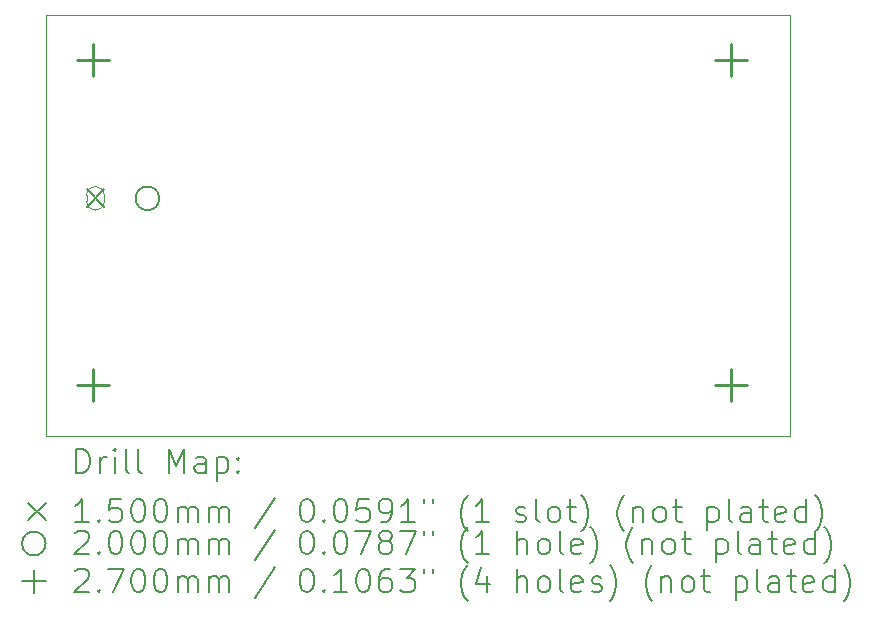
<source format=gbr>
%TF.GenerationSoftware,KiCad,Pcbnew,7.0.10-7.0.10~ubuntu23.04.1*%
%TF.CreationDate,2024-02-06T10:19:54+00:00*%
%TF.ProjectId,t1,74312e6b-6963-4616-945f-706362585858,${git_hash}*%
%TF.SameCoordinates,Original*%
%TF.FileFunction,Drillmap*%
%TF.FilePolarity,Positive*%
%FSLAX45Y45*%
G04 Gerber Fmt 4.5, Leading zero omitted, Abs format (unit mm)*
G04 Created by KiCad (PCBNEW 7.0.10-7.0.10~ubuntu23.04.1) date 2024-02-06 10:19:54*
%MOMM*%
%LPD*%
G01*
G04 APERTURE LIST*
%ADD10C,0.050000*%
%ADD11C,0.200000*%
%ADD12C,0.150000*%
%ADD13C,0.100000*%
%ADD14C,0.270000*%
G04 APERTURE END LIST*
D10*
X11900000Y-10130000D02*
X18200000Y-10130000D01*
X18200000Y-10130000D02*
X18200000Y-6570000D01*
X11900000Y-6570000D02*
X11900000Y-10130000D01*
X18200000Y-6570000D02*
X11900000Y-6570000D01*
D11*
D12*
X12245000Y-8045000D02*
X12395000Y-8195000D01*
X12395000Y-8045000D02*
X12245000Y-8195000D01*
D13*
X12395000Y-8145000D02*
X12395000Y-8095000D01*
X12395000Y-8095000D02*
G75*
G03*
X12245000Y-8095000I-75000J0D01*
G01*
X12245000Y-8095000D02*
X12245000Y-8145000D01*
X12245000Y-8145000D02*
G75*
G03*
X12395000Y-8145000I75000J0D01*
G01*
D11*
X12860000Y-8120000D02*
G75*
G03*
X12660000Y-8120000I-100000J0D01*
G01*
X12660000Y-8120000D02*
G75*
G03*
X12860000Y-8120000I100000J0D01*
G01*
D14*
X12300000Y-6815000D02*
X12300000Y-7085000D01*
X12165000Y-6950000D02*
X12435000Y-6950000D01*
X12300000Y-9565000D02*
X12300000Y-9835000D01*
X12165000Y-9700000D02*
X12435000Y-9700000D01*
X17700000Y-6815000D02*
X17700000Y-7085000D01*
X17565000Y-6950000D02*
X17835000Y-6950000D01*
X17700000Y-9565000D02*
X17700000Y-9835000D01*
X17565000Y-9700000D02*
X17835000Y-9700000D01*
D11*
X12158277Y-10443984D02*
X12158277Y-10243984D01*
X12158277Y-10243984D02*
X12205896Y-10243984D01*
X12205896Y-10243984D02*
X12234467Y-10253508D01*
X12234467Y-10253508D02*
X12253515Y-10272555D01*
X12253515Y-10272555D02*
X12263039Y-10291603D01*
X12263039Y-10291603D02*
X12272562Y-10329698D01*
X12272562Y-10329698D02*
X12272562Y-10358270D01*
X12272562Y-10358270D02*
X12263039Y-10396365D01*
X12263039Y-10396365D02*
X12253515Y-10415412D01*
X12253515Y-10415412D02*
X12234467Y-10434460D01*
X12234467Y-10434460D02*
X12205896Y-10443984D01*
X12205896Y-10443984D02*
X12158277Y-10443984D01*
X12358277Y-10443984D02*
X12358277Y-10310650D01*
X12358277Y-10348746D02*
X12367801Y-10329698D01*
X12367801Y-10329698D02*
X12377324Y-10320174D01*
X12377324Y-10320174D02*
X12396372Y-10310650D01*
X12396372Y-10310650D02*
X12415420Y-10310650D01*
X12482086Y-10443984D02*
X12482086Y-10310650D01*
X12482086Y-10243984D02*
X12472562Y-10253508D01*
X12472562Y-10253508D02*
X12482086Y-10263031D01*
X12482086Y-10263031D02*
X12491610Y-10253508D01*
X12491610Y-10253508D02*
X12482086Y-10243984D01*
X12482086Y-10243984D02*
X12482086Y-10263031D01*
X12605896Y-10443984D02*
X12586848Y-10434460D01*
X12586848Y-10434460D02*
X12577324Y-10415412D01*
X12577324Y-10415412D02*
X12577324Y-10243984D01*
X12710658Y-10443984D02*
X12691610Y-10434460D01*
X12691610Y-10434460D02*
X12682086Y-10415412D01*
X12682086Y-10415412D02*
X12682086Y-10243984D01*
X12939229Y-10443984D02*
X12939229Y-10243984D01*
X12939229Y-10243984D02*
X13005896Y-10386841D01*
X13005896Y-10386841D02*
X13072562Y-10243984D01*
X13072562Y-10243984D02*
X13072562Y-10443984D01*
X13253515Y-10443984D02*
X13253515Y-10339222D01*
X13253515Y-10339222D02*
X13243991Y-10320174D01*
X13243991Y-10320174D02*
X13224943Y-10310650D01*
X13224943Y-10310650D02*
X13186848Y-10310650D01*
X13186848Y-10310650D02*
X13167801Y-10320174D01*
X13253515Y-10434460D02*
X13234467Y-10443984D01*
X13234467Y-10443984D02*
X13186848Y-10443984D01*
X13186848Y-10443984D02*
X13167801Y-10434460D01*
X13167801Y-10434460D02*
X13158277Y-10415412D01*
X13158277Y-10415412D02*
X13158277Y-10396365D01*
X13158277Y-10396365D02*
X13167801Y-10377317D01*
X13167801Y-10377317D02*
X13186848Y-10367793D01*
X13186848Y-10367793D02*
X13234467Y-10367793D01*
X13234467Y-10367793D02*
X13253515Y-10358270D01*
X13348753Y-10310650D02*
X13348753Y-10510650D01*
X13348753Y-10320174D02*
X13367801Y-10310650D01*
X13367801Y-10310650D02*
X13405896Y-10310650D01*
X13405896Y-10310650D02*
X13424943Y-10320174D01*
X13424943Y-10320174D02*
X13434467Y-10329698D01*
X13434467Y-10329698D02*
X13443991Y-10348746D01*
X13443991Y-10348746D02*
X13443991Y-10405889D01*
X13443991Y-10405889D02*
X13434467Y-10424936D01*
X13434467Y-10424936D02*
X13424943Y-10434460D01*
X13424943Y-10434460D02*
X13405896Y-10443984D01*
X13405896Y-10443984D02*
X13367801Y-10443984D01*
X13367801Y-10443984D02*
X13348753Y-10434460D01*
X13529705Y-10424936D02*
X13539229Y-10434460D01*
X13539229Y-10434460D02*
X13529705Y-10443984D01*
X13529705Y-10443984D02*
X13520182Y-10434460D01*
X13520182Y-10434460D02*
X13529705Y-10424936D01*
X13529705Y-10424936D02*
X13529705Y-10443984D01*
X13529705Y-10320174D02*
X13539229Y-10329698D01*
X13539229Y-10329698D02*
X13529705Y-10339222D01*
X13529705Y-10339222D02*
X13520182Y-10329698D01*
X13520182Y-10329698D02*
X13529705Y-10320174D01*
X13529705Y-10320174D02*
X13529705Y-10339222D01*
D12*
X11747500Y-10697500D02*
X11897500Y-10847500D01*
X11897500Y-10697500D02*
X11747500Y-10847500D01*
D11*
X12263039Y-10863984D02*
X12148753Y-10863984D01*
X12205896Y-10863984D02*
X12205896Y-10663984D01*
X12205896Y-10663984D02*
X12186848Y-10692555D01*
X12186848Y-10692555D02*
X12167801Y-10711603D01*
X12167801Y-10711603D02*
X12148753Y-10721127D01*
X12348753Y-10844936D02*
X12358277Y-10854460D01*
X12358277Y-10854460D02*
X12348753Y-10863984D01*
X12348753Y-10863984D02*
X12339229Y-10854460D01*
X12339229Y-10854460D02*
X12348753Y-10844936D01*
X12348753Y-10844936D02*
X12348753Y-10863984D01*
X12539229Y-10663984D02*
X12443991Y-10663984D01*
X12443991Y-10663984D02*
X12434467Y-10759222D01*
X12434467Y-10759222D02*
X12443991Y-10749698D01*
X12443991Y-10749698D02*
X12463039Y-10740174D01*
X12463039Y-10740174D02*
X12510658Y-10740174D01*
X12510658Y-10740174D02*
X12529705Y-10749698D01*
X12529705Y-10749698D02*
X12539229Y-10759222D01*
X12539229Y-10759222D02*
X12548753Y-10778270D01*
X12548753Y-10778270D02*
X12548753Y-10825889D01*
X12548753Y-10825889D02*
X12539229Y-10844936D01*
X12539229Y-10844936D02*
X12529705Y-10854460D01*
X12529705Y-10854460D02*
X12510658Y-10863984D01*
X12510658Y-10863984D02*
X12463039Y-10863984D01*
X12463039Y-10863984D02*
X12443991Y-10854460D01*
X12443991Y-10854460D02*
X12434467Y-10844936D01*
X12672562Y-10663984D02*
X12691610Y-10663984D01*
X12691610Y-10663984D02*
X12710658Y-10673508D01*
X12710658Y-10673508D02*
X12720182Y-10683031D01*
X12720182Y-10683031D02*
X12729705Y-10702079D01*
X12729705Y-10702079D02*
X12739229Y-10740174D01*
X12739229Y-10740174D02*
X12739229Y-10787793D01*
X12739229Y-10787793D02*
X12729705Y-10825889D01*
X12729705Y-10825889D02*
X12720182Y-10844936D01*
X12720182Y-10844936D02*
X12710658Y-10854460D01*
X12710658Y-10854460D02*
X12691610Y-10863984D01*
X12691610Y-10863984D02*
X12672562Y-10863984D01*
X12672562Y-10863984D02*
X12653515Y-10854460D01*
X12653515Y-10854460D02*
X12643991Y-10844936D01*
X12643991Y-10844936D02*
X12634467Y-10825889D01*
X12634467Y-10825889D02*
X12624943Y-10787793D01*
X12624943Y-10787793D02*
X12624943Y-10740174D01*
X12624943Y-10740174D02*
X12634467Y-10702079D01*
X12634467Y-10702079D02*
X12643991Y-10683031D01*
X12643991Y-10683031D02*
X12653515Y-10673508D01*
X12653515Y-10673508D02*
X12672562Y-10663984D01*
X12863039Y-10663984D02*
X12882086Y-10663984D01*
X12882086Y-10663984D02*
X12901134Y-10673508D01*
X12901134Y-10673508D02*
X12910658Y-10683031D01*
X12910658Y-10683031D02*
X12920182Y-10702079D01*
X12920182Y-10702079D02*
X12929705Y-10740174D01*
X12929705Y-10740174D02*
X12929705Y-10787793D01*
X12929705Y-10787793D02*
X12920182Y-10825889D01*
X12920182Y-10825889D02*
X12910658Y-10844936D01*
X12910658Y-10844936D02*
X12901134Y-10854460D01*
X12901134Y-10854460D02*
X12882086Y-10863984D01*
X12882086Y-10863984D02*
X12863039Y-10863984D01*
X12863039Y-10863984D02*
X12843991Y-10854460D01*
X12843991Y-10854460D02*
X12834467Y-10844936D01*
X12834467Y-10844936D02*
X12824943Y-10825889D01*
X12824943Y-10825889D02*
X12815420Y-10787793D01*
X12815420Y-10787793D02*
X12815420Y-10740174D01*
X12815420Y-10740174D02*
X12824943Y-10702079D01*
X12824943Y-10702079D02*
X12834467Y-10683031D01*
X12834467Y-10683031D02*
X12843991Y-10673508D01*
X12843991Y-10673508D02*
X12863039Y-10663984D01*
X13015420Y-10863984D02*
X13015420Y-10730650D01*
X13015420Y-10749698D02*
X13024943Y-10740174D01*
X13024943Y-10740174D02*
X13043991Y-10730650D01*
X13043991Y-10730650D02*
X13072563Y-10730650D01*
X13072563Y-10730650D02*
X13091610Y-10740174D01*
X13091610Y-10740174D02*
X13101134Y-10759222D01*
X13101134Y-10759222D02*
X13101134Y-10863984D01*
X13101134Y-10759222D02*
X13110658Y-10740174D01*
X13110658Y-10740174D02*
X13129705Y-10730650D01*
X13129705Y-10730650D02*
X13158277Y-10730650D01*
X13158277Y-10730650D02*
X13177324Y-10740174D01*
X13177324Y-10740174D02*
X13186848Y-10759222D01*
X13186848Y-10759222D02*
X13186848Y-10863984D01*
X13282086Y-10863984D02*
X13282086Y-10730650D01*
X13282086Y-10749698D02*
X13291610Y-10740174D01*
X13291610Y-10740174D02*
X13310658Y-10730650D01*
X13310658Y-10730650D02*
X13339229Y-10730650D01*
X13339229Y-10730650D02*
X13358277Y-10740174D01*
X13358277Y-10740174D02*
X13367801Y-10759222D01*
X13367801Y-10759222D02*
X13367801Y-10863984D01*
X13367801Y-10759222D02*
X13377324Y-10740174D01*
X13377324Y-10740174D02*
X13396372Y-10730650D01*
X13396372Y-10730650D02*
X13424943Y-10730650D01*
X13424943Y-10730650D02*
X13443991Y-10740174D01*
X13443991Y-10740174D02*
X13453515Y-10759222D01*
X13453515Y-10759222D02*
X13453515Y-10863984D01*
X13843991Y-10654460D02*
X13672563Y-10911603D01*
X14101134Y-10663984D02*
X14120182Y-10663984D01*
X14120182Y-10663984D02*
X14139229Y-10673508D01*
X14139229Y-10673508D02*
X14148753Y-10683031D01*
X14148753Y-10683031D02*
X14158277Y-10702079D01*
X14158277Y-10702079D02*
X14167801Y-10740174D01*
X14167801Y-10740174D02*
X14167801Y-10787793D01*
X14167801Y-10787793D02*
X14158277Y-10825889D01*
X14158277Y-10825889D02*
X14148753Y-10844936D01*
X14148753Y-10844936D02*
X14139229Y-10854460D01*
X14139229Y-10854460D02*
X14120182Y-10863984D01*
X14120182Y-10863984D02*
X14101134Y-10863984D01*
X14101134Y-10863984D02*
X14082086Y-10854460D01*
X14082086Y-10854460D02*
X14072563Y-10844936D01*
X14072563Y-10844936D02*
X14063039Y-10825889D01*
X14063039Y-10825889D02*
X14053515Y-10787793D01*
X14053515Y-10787793D02*
X14053515Y-10740174D01*
X14053515Y-10740174D02*
X14063039Y-10702079D01*
X14063039Y-10702079D02*
X14072563Y-10683031D01*
X14072563Y-10683031D02*
X14082086Y-10673508D01*
X14082086Y-10673508D02*
X14101134Y-10663984D01*
X14253515Y-10844936D02*
X14263039Y-10854460D01*
X14263039Y-10854460D02*
X14253515Y-10863984D01*
X14253515Y-10863984D02*
X14243991Y-10854460D01*
X14243991Y-10854460D02*
X14253515Y-10844936D01*
X14253515Y-10844936D02*
X14253515Y-10863984D01*
X14386848Y-10663984D02*
X14405896Y-10663984D01*
X14405896Y-10663984D02*
X14424944Y-10673508D01*
X14424944Y-10673508D02*
X14434467Y-10683031D01*
X14434467Y-10683031D02*
X14443991Y-10702079D01*
X14443991Y-10702079D02*
X14453515Y-10740174D01*
X14453515Y-10740174D02*
X14453515Y-10787793D01*
X14453515Y-10787793D02*
X14443991Y-10825889D01*
X14443991Y-10825889D02*
X14434467Y-10844936D01*
X14434467Y-10844936D02*
X14424944Y-10854460D01*
X14424944Y-10854460D02*
X14405896Y-10863984D01*
X14405896Y-10863984D02*
X14386848Y-10863984D01*
X14386848Y-10863984D02*
X14367801Y-10854460D01*
X14367801Y-10854460D02*
X14358277Y-10844936D01*
X14358277Y-10844936D02*
X14348753Y-10825889D01*
X14348753Y-10825889D02*
X14339229Y-10787793D01*
X14339229Y-10787793D02*
X14339229Y-10740174D01*
X14339229Y-10740174D02*
X14348753Y-10702079D01*
X14348753Y-10702079D02*
X14358277Y-10683031D01*
X14358277Y-10683031D02*
X14367801Y-10673508D01*
X14367801Y-10673508D02*
X14386848Y-10663984D01*
X14634467Y-10663984D02*
X14539229Y-10663984D01*
X14539229Y-10663984D02*
X14529706Y-10759222D01*
X14529706Y-10759222D02*
X14539229Y-10749698D01*
X14539229Y-10749698D02*
X14558277Y-10740174D01*
X14558277Y-10740174D02*
X14605896Y-10740174D01*
X14605896Y-10740174D02*
X14624944Y-10749698D01*
X14624944Y-10749698D02*
X14634467Y-10759222D01*
X14634467Y-10759222D02*
X14643991Y-10778270D01*
X14643991Y-10778270D02*
X14643991Y-10825889D01*
X14643991Y-10825889D02*
X14634467Y-10844936D01*
X14634467Y-10844936D02*
X14624944Y-10854460D01*
X14624944Y-10854460D02*
X14605896Y-10863984D01*
X14605896Y-10863984D02*
X14558277Y-10863984D01*
X14558277Y-10863984D02*
X14539229Y-10854460D01*
X14539229Y-10854460D02*
X14529706Y-10844936D01*
X14739229Y-10863984D02*
X14777325Y-10863984D01*
X14777325Y-10863984D02*
X14796372Y-10854460D01*
X14796372Y-10854460D02*
X14805896Y-10844936D01*
X14805896Y-10844936D02*
X14824944Y-10816365D01*
X14824944Y-10816365D02*
X14834467Y-10778270D01*
X14834467Y-10778270D02*
X14834467Y-10702079D01*
X14834467Y-10702079D02*
X14824944Y-10683031D01*
X14824944Y-10683031D02*
X14815420Y-10673508D01*
X14815420Y-10673508D02*
X14796372Y-10663984D01*
X14796372Y-10663984D02*
X14758277Y-10663984D01*
X14758277Y-10663984D02*
X14739229Y-10673508D01*
X14739229Y-10673508D02*
X14729706Y-10683031D01*
X14729706Y-10683031D02*
X14720182Y-10702079D01*
X14720182Y-10702079D02*
X14720182Y-10749698D01*
X14720182Y-10749698D02*
X14729706Y-10768746D01*
X14729706Y-10768746D02*
X14739229Y-10778270D01*
X14739229Y-10778270D02*
X14758277Y-10787793D01*
X14758277Y-10787793D02*
X14796372Y-10787793D01*
X14796372Y-10787793D02*
X14815420Y-10778270D01*
X14815420Y-10778270D02*
X14824944Y-10768746D01*
X14824944Y-10768746D02*
X14834467Y-10749698D01*
X15024944Y-10863984D02*
X14910658Y-10863984D01*
X14967801Y-10863984D02*
X14967801Y-10663984D01*
X14967801Y-10663984D02*
X14948753Y-10692555D01*
X14948753Y-10692555D02*
X14929706Y-10711603D01*
X14929706Y-10711603D02*
X14910658Y-10721127D01*
X15101134Y-10663984D02*
X15101134Y-10702079D01*
X15177325Y-10663984D02*
X15177325Y-10702079D01*
X15472563Y-10940174D02*
X15463039Y-10930650D01*
X15463039Y-10930650D02*
X15443991Y-10902079D01*
X15443991Y-10902079D02*
X15434468Y-10883031D01*
X15434468Y-10883031D02*
X15424944Y-10854460D01*
X15424944Y-10854460D02*
X15415420Y-10806841D01*
X15415420Y-10806841D02*
X15415420Y-10768746D01*
X15415420Y-10768746D02*
X15424944Y-10721127D01*
X15424944Y-10721127D02*
X15434468Y-10692555D01*
X15434468Y-10692555D02*
X15443991Y-10673508D01*
X15443991Y-10673508D02*
X15463039Y-10644936D01*
X15463039Y-10644936D02*
X15472563Y-10635412D01*
X15653515Y-10863984D02*
X15539229Y-10863984D01*
X15596372Y-10863984D02*
X15596372Y-10663984D01*
X15596372Y-10663984D02*
X15577325Y-10692555D01*
X15577325Y-10692555D02*
X15558277Y-10711603D01*
X15558277Y-10711603D02*
X15539229Y-10721127D01*
X15882087Y-10854460D02*
X15901134Y-10863984D01*
X15901134Y-10863984D02*
X15939229Y-10863984D01*
X15939229Y-10863984D02*
X15958277Y-10854460D01*
X15958277Y-10854460D02*
X15967801Y-10835412D01*
X15967801Y-10835412D02*
X15967801Y-10825889D01*
X15967801Y-10825889D02*
X15958277Y-10806841D01*
X15958277Y-10806841D02*
X15939229Y-10797317D01*
X15939229Y-10797317D02*
X15910658Y-10797317D01*
X15910658Y-10797317D02*
X15891610Y-10787793D01*
X15891610Y-10787793D02*
X15882087Y-10768746D01*
X15882087Y-10768746D02*
X15882087Y-10759222D01*
X15882087Y-10759222D02*
X15891610Y-10740174D01*
X15891610Y-10740174D02*
X15910658Y-10730650D01*
X15910658Y-10730650D02*
X15939229Y-10730650D01*
X15939229Y-10730650D02*
X15958277Y-10740174D01*
X16082087Y-10863984D02*
X16063039Y-10854460D01*
X16063039Y-10854460D02*
X16053515Y-10835412D01*
X16053515Y-10835412D02*
X16053515Y-10663984D01*
X16186849Y-10863984D02*
X16167801Y-10854460D01*
X16167801Y-10854460D02*
X16158277Y-10844936D01*
X16158277Y-10844936D02*
X16148753Y-10825889D01*
X16148753Y-10825889D02*
X16148753Y-10768746D01*
X16148753Y-10768746D02*
X16158277Y-10749698D01*
X16158277Y-10749698D02*
X16167801Y-10740174D01*
X16167801Y-10740174D02*
X16186849Y-10730650D01*
X16186849Y-10730650D02*
X16215420Y-10730650D01*
X16215420Y-10730650D02*
X16234468Y-10740174D01*
X16234468Y-10740174D02*
X16243991Y-10749698D01*
X16243991Y-10749698D02*
X16253515Y-10768746D01*
X16253515Y-10768746D02*
X16253515Y-10825889D01*
X16253515Y-10825889D02*
X16243991Y-10844936D01*
X16243991Y-10844936D02*
X16234468Y-10854460D01*
X16234468Y-10854460D02*
X16215420Y-10863984D01*
X16215420Y-10863984D02*
X16186849Y-10863984D01*
X16310658Y-10730650D02*
X16386849Y-10730650D01*
X16339230Y-10663984D02*
X16339230Y-10835412D01*
X16339230Y-10835412D02*
X16348753Y-10854460D01*
X16348753Y-10854460D02*
X16367801Y-10863984D01*
X16367801Y-10863984D02*
X16386849Y-10863984D01*
X16434468Y-10940174D02*
X16443991Y-10930650D01*
X16443991Y-10930650D02*
X16463039Y-10902079D01*
X16463039Y-10902079D02*
X16472563Y-10883031D01*
X16472563Y-10883031D02*
X16482087Y-10854460D01*
X16482087Y-10854460D02*
X16491610Y-10806841D01*
X16491610Y-10806841D02*
X16491610Y-10768746D01*
X16491610Y-10768746D02*
X16482087Y-10721127D01*
X16482087Y-10721127D02*
X16472563Y-10692555D01*
X16472563Y-10692555D02*
X16463039Y-10673508D01*
X16463039Y-10673508D02*
X16443991Y-10644936D01*
X16443991Y-10644936D02*
X16434468Y-10635412D01*
X16796373Y-10940174D02*
X16786849Y-10930650D01*
X16786849Y-10930650D02*
X16767801Y-10902079D01*
X16767801Y-10902079D02*
X16758277Y-10883031D01*
X16758277Y-10883031D02*
X16748753Y-10854460D01*
X16748753Y-10854460D02*
X16739230Y-10806841D01*
X16739230Y-10806841D02*
X16739230Y-10768746D01*
X16739230Y-10768746D02*
X16748753Y-10721127D01*
X16748753Y-10721127D02*
X16758277Y-10692555D01*
X16758277Y-10692555D02*
X16767801Y-10673508D01*
X16767801Y-10673508D02*
X16786849Y-10644936D01*
X16786849Y-10644936D02*
X16796373Y-10635412D01*
X16872563Y-10730650D02*
X16872563Y-10863984D01*
X16872563Y-10749698D02*
X16882087Y-10740174D01*
X16882087Y-10740174D02*
X16901134Y-10730650D01*
X16901134Y-10730650D02*
X16929706Y-10730650D01*
X16929706Y-10730650D02*
X16948753Y-10740174D01*
X16948753Y-10740174D02*
X16958277Y-10759222D01*
X16958277Y-10759222D02*
X16958277Y-10863984D01*
X17082087Y-10863984D02*
X17063039Y-10854460D01*
X17063039Y-10854460D02*
X17053515Y-10844936D01*
X17053515Y-10844936D02*
X17043992Y-10825889D01*
X17043992Y-10825889D02*
X17043992Y-10768746D01*
X17043992Y-10768746D02*
X17053515Y-10749698D01*
X17053515Y-10749698D02*
X17063039Y-10740174D01*
X17063039Y-10740174D02*
X17082087Y-10730650D01*
X17082087Y-10730650D02*
X17110658Y-10730650D01*
X17110658Y-10730650D02*
X17129706Y-10740174D01*
X17129706Y-10740174D02*
X17139230Y-10749698D01*
X17139230Y-10749698D02*
X17148753Y-10768746D01*
X17148753Y-10768746D02*
X17148753Y-10825889D01*
X17148753Y-10825889D02*
X17139230Y-10844936D01*
X17139230Y-10844936D02*
X17129706Y-10854460D01*
X17129706Y-10854460D02*
X17110658Y-10863984D01*
X17110658Y-10863984D02*
X17082087Y-10863984D01*
X17205896Y-10730650D02*
X17282087Y-10730650D01*
X17234468Y-10663984D02*
X17234468Y-10835412D01*
X17234468Y-10835412D02*
X17243992Y-10854460D01*
X17243992Y-10854460D02*
X17263039Y-10863984D01*
X17263039Y-10863984D02*
X17282087Y-10863984D01*
X17501134Y-10730650D02*
X17501134Y-10930650D01*
X17501134Y-10740174D02*
X17520182Y-10730650D01*
X17520182Y-10730650D02*
X17558277Y-10730650D01*
X17558277Y-10730650D02*
X17577325Y-10740174D01*
X17577325Y-10740174D02*
X17586849Y-10749698D01*
X17586849Y-10749698D02*
X17596373Y-10768746D01*
X17596373Y-10768746D02*
X17596373Y-10825889D01*
X17596373Y-10825889D02*
X17586849Y-10844936D01*
X17586849Y-10844936D02*
X17577325Y-10854460D01*
X17577325Y-10854460D02*
X17558277Y-10863984D01*
X17558277Y-10863984D02*
X17520182Y-10863984D01*
X17520182Y-10863984D02*
X17501134Y-10854460D01*
X17710658Y-10863984D02*
X17691611Y-10854460D01*
X17691611Y-10854460D02*
X17682087Y-10835412D01*
X17682087Y-10835412D02*
X17682087Y-10663984D01*
X17872563Y-10863984D02*
X17872563Y-10759222D01*
X17872563Y-10759222D02*
X17863039Y-10740174D01*
X17863039Y-10740174D02*
X17843992Y-10730650D01*
X17843992Y-10730650D02*
X17805896Y-10730650D01*
X17805896Y-10730650D02*
X17786849Y-10740174D01*
X17872563Y-10854460D02*
X17853515Y-10863984D01*
X17853515Y-10863984D02*
X17805896Y-10863984D01*
X17805896Y-10863984D02*
X17786849Y-10854460D01*
X17786849Y-10854460D02*
X17777325Y-10835412D01*
X17777325Y-10835412D02*
X17777325Y-10816365D01*
X17777325Y-10816365D02*
X17786849Y-10797317D01*
X17786849Y-10797317D02*
X17805896Y-10787793D01*
X17805896Y-10787793D02*
X17853515Y-10787793D01*
X17853515Y-10787793D02*
X17872563Y-10778270D01*
X17939230Y-10730650D02*
X18015420Y-10730650D01*
X17967801Y-10663984D02*
X17967801Y-10835412D01*
X17967801Y-10835412D02*
X17977325Y-10854460D01*
X17977325Y-10854460D02*
X17996373Y-10863984D01*
X17996373Y-10863984D02*
X18015420Y-10863984D01*
X18158277Y-10854460D02*
X18139230Y-10863984D01*
X18139230Y-10863984D02*
X18101134Y-10863984D01*
X18101134Y-10863984D02*
X18082087Y-10854460D01*
X18082087Y-10854460D02*
X18072563Y-10835412D01*
X18072563Y-10835412D02*
X18072563Y-10759222D01*
X18072563Y-10759222D02*
X18082087Y-10740174D01*
X18082087Y-10740174D02*
X18101134Y-10730650D01*
X18101134Y-10730650D02*
X18139230Y-10730650D01*
X18139230Y-10730650D02*
X18158277Y-10740174D01*
X18158277Y-10740174D02*
X18167801Y-10759222D01*
X18167801Y-10759222D02*
X18167801Y-10778270D01*
X18167801Y-10778270D02*
X18072563Y-10797317D01*
X18339230Y-10863984D02*
X18339230Y-10663984D01*
X18339230Y-10854460D02*
X18320182Y-10863984D01*
X18320182Y-10863984D02*
X18282087Y-10863984D01*
X18282087Y-10863984D02*
X18263039Y-10854460D01*
X18263039Y-10854460D02*
X18253515Y-10844936D01*
X18253515Y-10844936D02*
X18243992Y-10825889D01*
X18243992Y-10825889D02*
X18243992Y-10768746D01*
X18243992Y-10768746D02*
X18253515Y-10749698D01*
X18253515Y-10749698D02*
X18263039Y-10740174D01*
X18263039Y-10740174D02*
X18282087Y-10730650D01*
X18282087Y-10730650D02*
X18320182Y-10730650D01*
X18320182Y-10730650D02*
X18339230Y-10740174D01*
X18415420Y-10940174D02*
X18424944Y-10930650D01*
X18424944Y-10930650D02*
X18443992Y-10902079D01*
X18443992Y-10902079D02*
X18453515Y-10883031D01*
X18453515Y-10883031D02*
X18463039Y-10854460D01*
X18463039Y-10854460D02*
X18472563Y-10806841D01*
X18472563Y-10806841D02*
X18472563Y-10768746D01*
X18472563Y-10768746D02*
X18463039Y-10721127D01*
X18463039Y-10721127D02*
X18453515Y-10692555D01*
X18453515Y-10692555D02*
X18443992Y-10673508D01*
X18443992Y-10673508D02*
X18424944Y-10644936D01*
X18424944Y-10644936D02*
X18415420Y-10635412D01*
X11897500Y-11042500D02*
G75*
G03*
X11697500Y-11042500I-100000J0D01*
G01*
X11697500Y-11042500D02*
G75*
G03*
X11897500Y-11042500I100000J0D01*
G01*
X12148753Y-10953031D02*
X12158277Y-10943508D01*
X12158277Y-10943508D02*
X12177324Y-10933984D01*
X12177324Y-10933984D02*
X12224943Y-10933984D01*
X12224943Y-10933984D02*
X12243991Y-10943508D01*
X12243991Y-10943508D02*
X12253515Y-10953031D01*
X12253515Y-10953031D02*
X12263039Y-10972079D01*
X12263039Y-10972079D02*
X12263039Y-10991127D01*
X12263039Y-10991127D02*
X12253515Y-11019698D01*
X12253515Y-11019698D02*
X12139229Y-11133984D01*
X12139229Y-11133984D02*
X12263039Y-11133984D01*
X12348753Y-11114936D02*
X12358277Y-11124460D01*
X12358277Y-11124460D02*
X12348753Y-11133984D01*
X12348753Y-11133984D02*
X12339229Y-11124460D01*
X12339229Y-11124460D02*
X12348753Y-11114936D01*
X12348753Y-11114936D02*
X12348753Y-11133984D01*
X12482086Y-10933984D02*
X12501134Y-10933984D01*
X12501134Y-10933984D02*
X12520182Y-10943508D01*
X12520182Y-10943508D02*
X12529705Y-10953031D01*
X12529705Y-10953031D02*
X12539229Y-10972079D01*
X12539229Y-10972079D02*
X12548753Y-11010174D01*
X12548753Y-11010174D02*
X12548753Y-11057793D01*
X12548753Y-11057793D02*
X12539229Y-11095889D01*
X12539229Y-11095889D02*
X12529705Y-11114936D01*
X12529705Y-11114936D02*
X12520182Y-11124460D01*
X12520182Y-11124460D02*
X12501134Y-11133984D01*
X12501134Y-11133984D02*
X12482086Y-11133984D01*
X12482086Y-11133984D02*
X12463039Y-11124460D01*
X12463039Y-11124460D02*
X12453515Y-11114936D01*
X12453515Y-11114936D02*
X12443991Y-11095889D01*
X12443991Y-11095889D02*
X12434467Y-11057793D01*
X12434467Y-11057793D02*
X12434467Y-11010174D01*
X12434467Y-11010174D02*
X12443991Y-10972079D01*
X12443991Y-10972079D02*
X12453515Y-10953031D01*
X12453515Y-10953031D02*
X12463039Y-10943508D01*
X12463039Y-10943508D02*
X12482086Y-10933984D01*
X12672562Y-10933984D02*
X12691610Y-10933984D01*
X12691610Y-10933984D02*
X12710658Y-10943508D01*
X12710658Y-10943508D02*
X12720182Y-10953031D01*
X12720182Y-10953031D02*
X12729705Y-10972079D01*
X12729705Y-10972079D02*
X12739229Y-11010174D01*
X12739229Y-11010174D02*
X12739229Y-11057793D01*
X12739229Y-11057793D02*
X12729705Y-11095889D01*
X12729705Y-11095889D02*
X12720182Y-11114936D01*
X12720182Y-11114936D02*
X12710658Y-11124460D01*
X12710658Y-11124460D02*
X12691610Y-11133984D01*
X12691610Y-11133984D02*
X12672562Y-11133984D01*
X12672562Y-11133984D02*
X12653515Y-11124460D01*
X12653515Y-11124460D02*
X12643991Y-11114936D01*
X12643991Y-11114936D02*
X12634467Y-11095889D01*
X12634467Y-11095889D02*
X12624943Y-11057793D01*
X12624943Y-11057793D02*
X12624943Y-11010174D01*
X12624943Y-11010174D02*
X12634467Y-10972079D01*
X12634467Y-10972079D02*
X12643991Y-10953031D01*
X12643991Y-10953031D02*
X12653515Y-10943508D01*
X12653515Y-10943508D02*
X12672562Y-10933984D01*
X12863039Y-10933984D02*
X12882086Y-10933984D01*
X12882086Y-10933984D02*
X12901134Y-10943508D01*
X12901134Y-10943508D02*
X12910658Y-10953031D01*
X12910658Y-10953031D02*
X12920182Y-10972079D01*
X12920182Y-10972079D02*
X12929705Y-11010174D01*
X12929705Y-11010174D02*
X12929705Y-11057793D01*
X12929705Y-11057793D02*
X12920182Y-11095889D01*
X12920182Y-11095889D02*
X12910658Y-11114936D01*
X12910658Y-11114936D02*
X12901134Y-11124460D01*
X12901134Y-11124460D02*
X12882086Y-11133984D01*
X12882086Y-11133984D02*
X12863039Y-11133984D01*
X12863039Y-11133984D02*
X12843991Y-11124460D01*
X12843991Y-11124460D02*
X12834467Y-11114936D01*
X12834467Y-11114936D02*
X12824943Y-11095889D01*
X12824943Y-11095889D02*
X12815420Y-11057793D01*
X12815420Y-11057793D02*
X12815420Y-11010174D01*
X12815420Y-11010174D02*
X12824943Y-10972079D01*
X12824943Y-10972079D02*
X12834467Y-10953031D01*
X12834467Y-10953031D02*
X12843991Y-10943508D01*
X12843991Y-10943508D02*
X12863039Y-10933984D01*
X13015420Y-11133984D02*
X13015420Y-11000650D01*
X13015420Y-11019698D02*
X13024943Y-11010174D01*
X13024943Y-11010174D02*
X13043991Y-11000650D01*
X13043991Y-11000650D02*
X13072563Y-11000650D01*
X13072563Y-11000650D02*
X13091610Y-11010174D01*
X13091610Y-11010174D02*
X13101134Y-11029222D01*
X13101134Y-11029222D02*
X13101134Y-11133984D01*
X13101134Y-11029222D02*
X13110658Y-11010174D01*
X13110658Y-11010174D02*
X13129705Y-11000650D01*
X13129705Y-11000650D02*
X13158277Y-11000650D01*
X13158277Y-11000650D02*
X13177324Y-11010174D01*
X13177324Y-11010174D02*
X13186848Y-11029222D01*
X13186848Y-11029222D02*
X13186848Y-11133984D01*
X13282086Y-11133984D02*
X13282086Y-11000650D01*
X13282086Y-11019698D02*
X13291610Y-11010174D01*
X13291610Y-11010174D02*
X13310658Y-11000650D01*
X13310658Y-11000650D02*
X13339229Y-11000650D01*
X13339229Y-11000650D02*
X13358277Y-11010174D01*
X13358277Y-11010174D02*
X13367801Y-11029222D01*
X13367801Y-11029222D02*
X13367801Y-11133984D01*
X13367801Y-11029222D02*
X13377324Y-11010174D01*
X13377324Y-11010174D02*
X13396372Y-11000650D01*
X13396372Y-11000650D02*
X13424943Y-11000650D01*
X13424943Y-11000650D02*
X13443991Y-11010174D01*
X13443991Y-11010174D02*
X13453515Y-11029222D01*
X13453515Y-11029222D02*
X13453515Y-11133984D01*
X13843991Y-10924460D02*
X13672563Y-11181603D01*
X14101134Y-10933984D02*
X14120182Y-10933984D01*
X14120182Y-10933984D02*
X14139229Y-10943508D01*
X14139229Y-10943508D02*
X14148753Y-10953031D01*
X14148753Y-10953031D02*
X14158277Y-10972079D01*
X14158277Y-10972079D02*
X14167801Y-11010174D01*
X14167801Y-11010174D02*
X14167801Y-11057793D01*
X14167801Y-11057793D02*
X14158277Y-11095889D01*
X14158277Y-11095889D02*
X14148753Y-11114936D01*
X14148753Y-11114936D02*
X14139229Y-11124460D01*
X14139229Y-11124460D02*
X14120182Y-11133984D01*
X14120182Y-11133984D02*
X14101134Y-11133984D01*
X14101134Y-11133984D02*
X14082086Y-11124460D01*
X14082086Y-11124460D02*
X14072563Y-11114936D01*
X14072563Y-11114936D02*
X14063039Y-11095889D01*
X14063039Y-11095889D02*
X14053515Y-11057793D01*
X14053515Y-11057793D02*
X14053515Y-11010174D01*
X14053515Y-11010174D02*
X14063039Y-10972079D01*
X14063039Y-10972079D02*
X14072563Y-10953031D01*
X14072563Y-10953031D02*
X14082086Y-10943508D01*
X14082086Y-10943508D02*
X14101134Y-10933984D01*
X14253515Y-11114936D02*
X14263039Y-11124460D01*
X14263039Y-11124460D02*
X14253515Y-11133984D01*
X14253515Y-11133984D02*
X14243991Y-11124460D01*
X14243991Y-11124460D02*
X14253515Y-11114936D01*
X14253515Y-11114936D02*
X14253515Y-11133984D01*
X14386848Y-10933984D02*
X14405896Y-10933984D01*
X14405896Y-10933984D02*
X14424944Y-10943508D01*
X14424944Y-10943508D02*
X14434467Y-10953031D01*
X14434467Y-10953031D02*
X14443991Y-10972079D01*
X14443991Y-10972079D02*
X14453515Y-11010174D01*
X14453515Y-11010174D02*
X14453515Y-11057793D01*
X14453515Y-11057793D02*
X14443991Y-11095889D01*
X14443991Y-11095889D02*
X14434467Y-11114936D01*
X14434467Y-11114936D02*
X14424944Y-11124460D01*
X14424944Y-11124460D02*
X14405896Y-11133984D01*
X14405896Y-11133984D02*
X14386848Y-11133984D01*
X14386848Y-11133984D02*
X14367801Y-11124460D01*
X14367801Y-11124460D02*
X14358277Y-11114936D01*
X14358277Y-11114936D02*
X14348753Y-11095889D01*
X14348753Y-11095889D02*
X14339229Y-11057793D01*
X14339229Y-11057793D02*
X14339229Y-11010174D01*
X14339229Y-11010174D02*
X14348753Y-10972079D01*
X14348753Y-10972079D02*
X14358277Y-10953031D01*
X14358277Y-10953031D02*
X14367801Y-10943508D01*
X14367801Y-10943508D02*
X14386848Y-10933984D01*
X14520182Y-10933984D02*
X14653515Y-10933984D01*
X14653515Y-10933984D02*
X14567801Y-11133984D01*
X14758277Y-11019698D02*
X14739229Y-11010174D01*
X14739229Y-11010174D02*
X14729706Y-11000650D01*
X14729706Y-11000650D02*
X14720182Y-10981603D01*
X14720182Y-10981603D02*
X14720182Y-10972079D01*
X14720182Y-10972079D02*
X14729706Y-10953031D01*
X14729706Y-10953031D02*
X14739229Y-10943508D01*
X14739229Y-10943508D02*
X14758277Y-10933984D01*
X14758277Y-10933984D02*
X14796372Y-10933984D01*
X14796372Y-10933984D02*
X14815420Y-10943508D01*
X14815420Y-10943508D02*
X14824944Y-10953031D01*
X14824944Y-10953031D02*
X14834467Y-10972079D01*
X14834467Y-10972079D02*
X14834467Y-10981603D01*
X14834467Y-10981603D02*
X14824944Y-11000650D01*
X14824944Y-11000650D02*
X14815420Y-11010174D01*
X14815420Y-11010174D02*
X14796372Y-11019698D01*
X14796372Y-11019698D02*
X14758277Y-11019698D01*
X14758277Y-11019698D02*
X14739229Y-11029222D01*
X14739229Y-11029222D02*
X14729706Y-11038746D01*
X14729706Y-11038746D02*
X14720182Y-11057793D01*
X14720182Y-11057793D02*
X14720182Y-11095889D01*
X14720182Y-11095889D02*
X14729706Y-11114936D01*
X14729706Y-11114936D02*
X14739229Y-11124460D01*
X14739229Y-11124460D02*
X14758277Y-11133984D01*
X14758277Y-11133984D02*
X14796372Y-11133984D01*
X14796372Y-11133984D02*
X14815420Y-11124460D01*
X14815420Y-11124460D02*
X14824944Y-11114936D01*
X14824944Y-11114936D02*
X14834467Y-11095889D01*
X14834467Y-11095889D02*
X14834467Y-11057793D01*
X14834467Y-11057793D02*
X14824944Y-11038746D01*
X14824944Y-11038746D02*
X14815420Y-11029222D01*
X14815420Y-11029222D02*
X14796372Y-11019698D01*
X14901134Y-10933984D02*
X15034467Y-10933984D01*
X15034467Y-10933984D02*
X14948753Y-11133984D01*
X15101134Y-10933984D02*
X15101134Y-10972079D01*
X15177325Y-10933984D02*
X15177325Y-10972079D01*
X15472563Y-11210174D02*
X15463039Y-11200650D01*
X15463039Y-11200650D02*
X15443991Y-11172079D01*
X15443991Y-11172079D02*
X15434468Y-11153031D01*
X15434468Y-11153031D02*
X15424944Y-11124460D01*
X15424944Y-11124460D02*
X15415420Y-11076841D01*
X15415420Y-11076841D02*
X15415420Y-11038746D01*
X15415420Y-11038746D02*
X15424944Y-10991127D01*
X15424944Y-10991127D02*
X15434468Y-10962555D01*
X15434468Y-10962555D02*
X15443991Y-10943508D01*
X15443991Y-10943508D02*
X15463039Y-10914936D01*
X15463039Y-10914936D02*
X15472563Y-10905412D01*
X15653515Y-11133984D02*
X15539229Y-11133984D01*
X15596372Y-11133984D02*
X15596372Y-10933984D01*
X15596372Y-10933984D02*
X15577325Y-10962555D01*
X15577325Y-10962555D02*
X15558277Y-10981603D01*
X15558277Y-10981603D02*
X15539229Y-10991127D01*
X15891610Y-11133984D02*
X15891610Y-10933984D01*
X15977325Y-11133984D02*
X15977325Y-11029222D01*
X15977325Y-11029222D02*
X15967801Y-11010174D01*
X15967801Y-11010174D02*
X15948753Y-11000650D01*
X15948753Y-11000650D02*
X15920182Y-11000650D01*
X15920182Y-11000650D02*
X15901134Y-11010174D01*
X15901134Y-11010174D02*
X15891610Y-11019698D01*
X16101134Y-11133984D02*
X16082087Y-11124460D01*
X16082087Y-11124460D02*
X16072563Y-11114936D01*
X16072563Y-11114936D02*
X16063039Y-11095889D01*
X16063039Y-11095889D02*
X16063039Y-11038746D01*
X16063039Y-11038746D02*
X16072563Y-11019698D01*
X16072563Y-11019698D02*
X16082087Y-11010174D01*
X16082087Y-11010174D02*
X16101134Y-11000650D01*
X16101134Y-11000650D02*
X16129706Y-11000650D01*
X16129706Y-11000650D02*
X16148753Y-11010174D01*
X16148753Y-11010174D02*
X16158277Y-11019698D01*
X16158277Y-11019698D02*
X16167801Y-11038746D01*
X16167801Y-11038746D02*
X16167801Y-11095889D01*
X16167801Y-11095889D02*
X16158277Y-11114936D01*
X16158277Y-11114936D02*
X16148753Y-11124460D01*
X16148753Y-11124460D02*
X16129706Y-11133984D01*
X16129706Y-11133984D02*
X16101134Y-11133984D01*
X16282087Y-11133984D02*
X16263039Y-11124460D01*
X16263039Y-11124460D02*
X16253515Y-11105412D01*
X16253515Y-11105412D02*
X16253515Y-10933984D01*
X16434468Y-11124460D02*
X16415420Y-11133984D01*
X16415420Y-11133984D02*
X16377325Y-11133984D01*
X16377325Y-11133984D02*
X16358277Y-11124460D01*
X16358277Y-11124460D02*
X16348753Y-11105412D01*
X16348753Y-11105412D02*
X16348753Y-11029222D01*
X16348753Y-11029222D02*
X16358277Y-11010174D01*
X16358277Y-11010174D02*
X16377325Y-11000650D01*
X16377325Y-11000650D02*
X16415420Y-11000650D01*
X16415420Y-11000650D02*
X16434468Y-11010174D01*
X16434468Y-11010174D02*
X16443991Y-11029222D01*
X16443991Y-11029222D02*
X16443991Y-11048270D01*
X16443991Y-11048270D02*
X16348753Y-11067317D01*
X16510658Y-11210174D02*
X16520182Y-11200650D01*
X16520182Y-11200650D02*
X16539230Y-11172079D01*
X16539230Y-11172079D02*
X16548753Y-11153031D01*
X16548753Y-11153031D02*
X16558277Y-11124460D01*
X16558277Y-11124460D02*
X16567801Y-11076841D01*
X16567801Y-11076841D02*
X16567801Y-11038746D01*
X16567801Y-11038746D02*
X16558277Y-10991127D01*
X16558277Y-10991127D02*
X16548753Y-10962555D01*
X16548753Y-10962555D02*
X16539230Y-10943508D01*
X16539230Y-10943508D02*
X16520182Y-10914936D01*
X16520182Y-10914936D02*
X16510658Y-10905412D01*
X16872563Y-11210174D02*
X16863039Y-11200650D01*
X16863039Y-11200650D02*
X16843992Y-11172079D01*
X16843992Y-11172079D02*
X16834468Y-11153031D01*
X16834468Y-11153031D02*
X16824944Y-11124460D01*
X16824944Y-11124460D02*
X16815420Y-11076841D01*
X16815420Y-11076841D02*
X16815420Y-11038746D01*
X16815420Y-11038746D02*
X16824944Y-10991127D01*
X16824944Y-10991127D02*
X16834468Y-10962555D01*
X16834468Y-10962555D02*
X16843992Y-10943508D01*
X16843992Y-10943508D02*
X16863039Y-10914936D01*
X16863039Y-10914936D02*
X16872563Y-10905412D01*
X16948753Y-11000650D02*
X16948753Y-11133984D01*
X16948753Y-11019698D02*
X16958277Y-11010174D01*
X16958277Y-11010174D02*
X16977325Y-11000650D01*
X16977325Y-11000650D02*
X17005896Y-11000650D01*
X17005896Y-11000650D02*
X17024944Y-11010174D01*
X17024944Y-11010174D02*
X17034468Y-11029222D01*
X17034468Y-11029222D02*
X17034468Y-11133984D01*
X17158277Y-11133984D02*
X17139230Y-11124460D01*
X17139230Y-11124460D02*
X17129706Y-11114936D01*
X17129706Y-11114936D02*
X17120182Y-11095889D01*
X17120182Y-11095889D02*
X17120182Y-11038746D01*
X17120182Y-11038746D02*
X17129706Y-11019698D01*
X17129706Y-11019698D02*
X17139230Y-11010174D01*
X17139230Y-11010174D02*
X17158277Y-11000650D01*
X17158277Y-11000650D02*
X17186849Y-11000650D01*
X17186849Y-11000650D02*
X17205896Y-11010174D01*
X17205896Y-11010174D02*
X17215420Y-11019698D01*
X17215420Y-11019698D02*
X17224944Y-11038746D01*
X17224944Y-11038746D02*
X17224944Y-11095889D01*
X17224944Y-11095889D02*
X17215420Y-11114936D01*
X17215420Y-11114936D02*
X17205896Y-11124460D01*
X17205896Y-11124460D02*
X17186849Y-11133984D01*
X17186849Y-11133984D02*
X17158277Y-11133984D01*
X17282087Y-11000650D02*
X17358277Y-11000650D01*
X17310658Y-10933984D02*
X17310658Y-11105412D01*
X17310658Y-11105412D02*
X17320182Y-11124460D01*
X17320182Y-11124460D02*
X17339230Y-11133984D01*
X17339230Y-11133984D02*
X17358277Y-11133984D01*
X17577325Y-11000650D02*
X17577325Y-11200650D01*
X17577325Y-11010174D02*
X17596373Y-11000650D01*
X17596373Y-11000650D02*
X17634468Y-11000650D01*
X17634468Y-11000650D02*
X17653515Y-11010174D01*
X17653515Y-11010174D02*
X17663039Y-11019698D01*
X17663039Y-11019698D02*
X17672563Y-11038746D01*
X17672563Y-11038746D02*
X17672563Y-11095889D01*
X17672563Y-11095889D02*
X17663039Y-11114936D01*
X17663039Y-11114936D02*
X17653515Y-11124460D01*
X17653515Y-11124460D02*
X17634468Y-11133984D01*
X17634468Y-11133984D02*
X17596373Y-11133984D01*
X17596373Y-11133984D02*
X17577325Y-11124460D01*
X17786849Y-11133984D02*
X17767801Y-11124460D01*
X17767801Y-11124460D02*
X17758277Y-11105412D01*
X17758277Y-11105412D02*
X17758277Y-10933984D01*
X17948754Y-11133984D02*
X17948754Y-11029222D01*
X17948754Y-11029222D02*
X17939230Y-11010174D01*
X17939230Y-11010174D02*
X17920182Y-11000650D01*
X17920182Y-11000650D02*
X17882087Y-11000650D01*
X17882087Y-11000650D02*
X17863039Y-11010174D01*
X17948754Y-11124460D02*
X17929706Y-11133984D01*
X17929706Y-11133984D02*
X17882087Y-11133984D01*
X17882087Y-11133984D02*
X17863039Y-11124460D01*
X17863039Y-11124460D02*
X17853515Y-11105412D01*
X17853515Y-11105412D02*
X17853515Y-11086365D01*
X17853515Y-11086365D02*
X17863039Y-11067317D01*
X17863039Y-11067317D02*
X17882087Y-11057793D01*
X17882087Y-11057793D02*
X17929706Y-11057793D01*
X17929706Y-11057793D02*
X17948754Y-11048270D01*
X18015420Y-11000650D02*
X18091611Y-11000650D01*
X18043992Y-10933984D02*
X18043992Y-11105412D01*
X18043992Y-11105412D02*
X18053515Y-11124460D01*
X18053515Y-11124460D02*
X18072563Y-11133984D01*
X18072563Y-11133984D02*
X18091611Y-11133984D01*
X18234468Y-11124460D02*
X18215420Y-11133984D01*
X18215420Y-11133984D02*
X18177325Y-11133984D01*
X18177325Y-11133984D02*
X18158277Y-11124460D01*
X18158277Y-11124460D02*
X18148754Y-11105412D01*
X18148754Y-11105412D02*
X18148754Y-11029222D01*
X18148754Y-11029222D02*
X18158277Y-11010174D01*
X18158277Y-11010174D02*
X18177325Y-11000650D01*
X18177325Y-11000650D02*
X18215420Y-11000650D01*
X18215420Y-11000650D02*
X18234468Y-11010174D01*
X18234468Y-11010174D02*
X18243992Y-11029222D01*
X18243992Y-11029222D02*
X18243992Y-11048270D01*
X18243992Y-11048270D02*
X18148754Y-11067317D01*
X18415420Y-11133984D02*
X18415420Y-10933984D01*
X18415420Y-11124460D02*
X18396373Y-11133984D01*
X18396373Y-11133984D02*
X18358277Y-11133984D01*
X18358277Y-11133984D02*
X18339230Y-11124460D01*
X18339230Y-11124460D02*
X18329706Y-11114936D01*
X18329706Y-11114936D02*
X18320182Y-11095889D01*
X18320182Y-11095889D02*
X18320182Y-11038746D01*
X18320182Y-11038746D02*
X18329706Y-11019698D01*
X18329706Y-11019698D02*
X18339230Y-11010174D01*
X18339230Y-11010174D02*
X18358277Y-11000650D01*
X18358277Y-11000650D02*
X18396373Y-11000650D01*
X18396373Y-11000650D02*
X18415420Y-11010174D01*
X18491611Y-11210174D02*
X18501135Y-11200650D01*
X18501135Y-11200650D02*
X18520182Y-11172079D01*
X18520182Y-11172079D02*
X18529706Y-11153031D01*
X18529706Y-11153031D02*
X18539230Y-11124460D01*
X18539230Y-11124460D02*
X18548754Y-11076841D01*
X18548754Y-11076841D02*
X18548754Y-11038746D01*
X18548754Y-11038746D02*
X18539230Y-10991127D01*
X18539230Y-10991127D02*
X18529706Y-10962555D01*
X18529706Y-10962555D02*
X18520182Y-10943508D01*
X18520182Y-10943508D02*
X18501135Y-10914936D01*
X18501135Y-10914936D02*
X18491611Y-10905412D01*
X11797500Y-11262500D02*
X11797500Y-11462500D01*
X11697500Y-11362500D02*
X11897500Y-11362500D01*
X12148753Y-11273031D02*
X12158277Y-11263508D01*
X12158277Y-11263508D02*
X12177324Y-11253984D01*
X12177324Y-11253984D02*
X12224943Y-11253984D01*
X12224943Y-11253984D02*
X12243991Y-11263508D01*
X12243991Y-11263508D02*
X12253515Y-11273031D01*
X12253515Y-11273031D02*
X12263039Y-11292079D01*
X12263039Y-11292079D02*
X12263039Y-11311127D01*
X12263039Y-11311127D02*
X12253515Y-11339698D01*
X12253515Y-11339698D02*
X12139229Y-11453984D01*
X12139229Y-11453984D02*
X12263039Y-11453984D01*
X12348753Y-11434936D02*
X12358277Y-11444460D01*
X12358277Y-11444460D02*
X12348753Y-11453984D01*
X12348753Y-11453984D02*
X12339229Y-11444460D01*
X12339229Y-11444460D02*
X12348753Y-11434936D01*
X12348753Y-11434936D02*
X12348753Y-11453984D01*
X12424943Y-11253984D02*
X12558277Y-11253984D01*
X12558277Y-11253984D02*
X12472562Y-11453984D01*
X12672562Y-11253984D02*
X12691610Y-11253984D01*
X12691610Y-11253984D02*
X12710658Y-11263508D01*
X12710658Y-11263508D02*
X12720182Y-11273031D01*
X12720182Y-11273031D02*
X12729705Y-11292079D01*
X12729705Y-11292079D02*
X12739229Y-11330174D01*
X12739229Y-11330174D02*
X12739229Y-11377793D01*
X12739229Y-11377793D02*
X12729705Y-11415888D01*
X12729705Y-11415888D02*
X12720182Y-11434936D01*
X12720182Y-11434936D02*
X12710658Y-11444460D01*
X12710658Y-11444460D02*
X12691610Y-11453984D01*
X12691610Y-11453984D02*
X12672562Y-11453984D01*
X12672562Y-11453984D02*
X12653515Y-11444460D01*
X12653515Y-11444460D02*
X12643991Y-11434936D01*
X12643991Y-11434936D02*
X12634467Y-11415888D01*
X12634467Y-11415888D02*
X12624943Y-11377793D01*
X12624943Y-11377793D02*
X12624943Y-11330174D01*
X12624943Y-11330174D02*
X12634467Y-11292079D01*
X12634467Y-11292079D02*
X12643991Y-11273031D01*
X12643991Y-11273031D02*
X12653515Y-11263508D01*
X12653515Y-11263508D02*
X12672562Y-11253984D01*
X12863039Y-11253984D02*
X12882086Y-11253984D01*
X12882086Y-11253984D02*
X12901134Y-11263508D01*
X12901134Y-11263508D02*
X12910658Y-11273031D01*
X12910658Y-11273031D02*
X12920182Y-11292079D01*
X12920182Y-11292079D02*
X12929705Y-11330174D01*
X12929705Y-11330174D02*
X12929705Y-11377793D01*
X12929705Y-11377793D02*
X12920182Y-11415888D01*
X12920182Y-11415888D02*
X12910658Y-11434936D01*
X12910658Y-11434936D02*
X12901134Y-11444460D01*
X12901134Y-11444460D02*
X12882086Y-11453984D01*
X12882086Y-11453984D02*
X12863039Y-11453984D01*
X12863039Y-11453984D02*
X12843991Y-11444460D01*
X12843991Y-11444460D02*
X12834467Y-11434936D01*
X12834467Y-11434936D02*
X12824943Y-11415888D01*
X12824943Y-11415888D02*
X12815420Y-11377793D01*
X12815420Y-11377793D02*
X12815420Y-11330174D01*
X12815420Y-11330174D02*
X12824943Y-11292079D01*
X12824943Y-11292079D02*
X12834467Y-11273031D01*
X12834467Y-11273031D02*
X12843991Y-11263508D01*
X12843991Y-11263508D02*
X12863039Y-11253984D01*
X13015420Y-11453984D02*
X13015420Y-11320650D01*
X13015420Y-11339698D02*
X13024943Y-11330174D01*
X13024943Y-11330174D02*
X13043991Y-11320650D01*
X13043991Y-11320650D02*
X13072563Y-11320650D01*
X13072563Y-11320650D02*
X13091610Y-11330174D01*
X13091610Y-11330174D02*
X13101134Y-11349222D01*
X13101134Y-11349222D02*
X13101134Y-11453984D01*
X13101134Y-11349222D02*
X13110658Y-11330174D01*
X13110658Y-11330174D02*
X13129705Y-11320650D01*
X13129705Y-11320650D02*
X13158277Y-11320650D01*
X13158277Y-11320650D02*
X13177324Y-11330174D01*
X13177324Y-11330174D02*
X13186848Y-11349222D01*
X13186848Y-11349222D02*
X13186848Y-11453984D01*
X13282086Y-11453984D02*
X13282086Y-11320650D01*
X13282086Y-11339698D02*
X13291610Y-11330174D01*
X13291610Y-11330174D02*
X13310658Y-11320650D01*
X13310658Y-11320650D02*
X13339229Y-11320650D01*
X13339229Y-11320650D02*
X13358277Y-11330174D01*
X13358277Y-11330174D02*
X13367801Y-11349222D01*
X13367801Y-11349222D02*
X13367801Y-11453984D01*
X13367801Y-11349222D02*
X13377324Y-11330174D01*
X13377324Y-11330174D02*
X13396372Y-11320650D01*
X13396372Y-11320650D02*
X13424943Y-11320650D01*
X13424943Y-11320650D02*
X13443991Y-11330174D01*
X13443991Y-11330174D02*
X13453515Y-11349222D01*
X13453515Y-11349222D02*
X13453515Y-11453984D01*
X13843991Y-11244460D02*
X13672563Y-11501603D01*
X14101134Y-11253984D02*
X14120182Y-11253984D01*
X14120182Y-11253984D02*
X14139229Y-11263508D01*
X14139229Y-11263508D02*
X14148753Y-11273031D01*
X14148753Y-11273031D02*
X14158277Y-11292079D01*
X14158277Y-11292079D02*
X14167801Y-11330174D01*
X14167801Y-11330174D02*
X14167801Y-11377793D01*
X14167801Y-11377793D02*
X14158277Y-11415888D01*
X14158277Y-11415888D02*
X14148753Y-11434936D01*
X14148753Y-11434936D02*
X14139229Y-11444460D01*
X14139229Y-11444460D02*
X14120182Y-11453984D01*
X14120182Y-11453984D02*
X14101134Y-11453984D01*
X14101134Y-11453984D02*
X14082086Y-11444460D01*
X14082086Y-11444460D02*
X14072563Y-11434936D01*
X14072563Y-11434936D02*
X14063039Y-11415888D01*
X14063039Y-11415888D02*
X14053515Y-11377793D01*
X14053515Y-11377793D02*
X14053515Y-11330174D01*
X14053515Y-11330174D02*
X14063039Y-11292079D01*
X14063039Y-11292079D02*
X14072563Y-11273031D01*
X14072563Y-11273031D02*
X14082086Y-11263508D01*
X14082086Y-11263508D02*
X14101134Y-11253984D01*
X14253515Y-11434936D02*
X14263039Y-11444460D01*
X14263039Y-11444460D02*
X14253515Y-11453984D01*
X14253515Y-11453984D02*
X14243991Y-11444460D01*
X14243991Y-11444460D02*
X14253515Y-11434936D01*
X14253515Y-11434936D02*
X14253515Y-11453984D01*
X14453515Y-11453984D02*
X14339229Y-11453984D01*
X14396372Y-11453984D02*
X14396372Y-11253984D01*
X14396372Y-11253984D02*
X14377325Y-11282555D01*
X14377325Y-11282555D02*
X14358277Y-11301603D01*
X14358277Y-11301603D02*
X14339229Y-11311127D01*
X14577325Y-11253984D02*
X14596372Y-11253984D01*
X14596372Y-11253984D02*
X14615420Y-11263508D01*
X14615420Y-11263508D02*
X14624944Y-11273031D01*
X14624944Y-11273031D02*
X14634467Y-11292079D01*
X14634467Y-11292079D02*
X14643991Y-11330174D01*
X14643991Y-11330174D02*
X14643991Y-11377793D01*
X14643991Y-11377793D02*
X14634467Y-11415888D01*
X14634467Y-11415888D02*
X14624944Y-11434936D01*
X14624944Y-11434936D02*
X14615420Y-11444460D01*
X14615420Y-11444460D02*
X14596372Y-11453984D01*
X14596372Y-11453984D02*
X14577325Y-11453984D01*
X14577325Y-11453984D02*
X14558277Y-11444460D01*
X14558277Y-11444460D02*
X14548753Y-11434936D01*
X14548753Y-11434936D02*
X14539229Y-11415888D01*
X14539229Y-11415888D02*
X14529706Y-11377793D01*
X14529706Y-11377793D02*
X14529706Y-11330174D01*
X14529706Y-11330174D02*
X14539229Y-11292079D01*
X14539229Y-11292079D02*
X14548753Y-11273031D01*
X14548753Y-11273031D02*
X14558277Y-11263508D01*
X14558277Y-11263508D02*
X14577325Y-11253984D01*
X14815420Y-11253984D02*
X14777325Y-11253984D01*
X14777325Y-11253984D02*
X14758277Y-11263508D01*
X14758277Y-11263508D02*
X14748753Y-11273031D01*
X14748753Y-11273031D02*
X14729706Y-11301603D01*
X14729706Y-11301603D02*
X14720182Y-11339698D01*
X14720182Y-11339698D02*
X14720182Y-11415888D01*
X14720182Y-11415888D02*
X14729706Y-11434936D01*
X14729706Y-11434936D02*
X14739229Y-11444460D01*
X14739229Y-11444460D02*
X14758277Y-11453984D01*
X14758277Y-11453984D02*
X14796372Y-11453984D01*
X14796372Y-11453984D02*
X14815420Y-11444460D01*
X14815420Y-11444460D02*
X14824944Y-11434936D01*
X14824944Y-11434936D02*
X14834467Y-11415888D01*
X14834467Y-11415888D02*
X14834467Y-11368269D01*
X14834467Y-11368269D02*
X14824944Y-11349222D01*
X14824944Y-11349222D02*
X14815420Y-11339698D01*
X14815420Y-11339698D02*
X14796372Y-11330174D01*
X14796372Y-11330174D02*
X14758277Y-11330174D01*
X14758277Y-11330174D02*
X14739229Y-11339698D01*
X14739229Y-11339698D02*
X14729706Y-11349222D01*
X14729706Y-11349222D02*
X14720182Y-11368269D01*
X14901134Y-11253984D02*
X15024944Y-11253984D01*
X15024944Y-11253984D02*
X14958277Y-11330174D01*
X14958277Y-11330174D02*
X14986848Y-11330174D01*
X14986848Y-11330174D02*
X15005896Y-11339698D01*
X15005896Y-11339698D02*
X15015420Y-11349222D01*
X15015420Y-11349222D02*
X15024944Y-11368269D01*
X15024944Y-11368269D02*
X15024944Y-11415888D01*
X15024944Y-11415888D02*
X15015420Y-11434936D01*
X15015420Y-11434936D02*
X15005896Y-11444460D01*
X15005896Y-11444460D02*
X14986848Y-11453984D01*
X14986848Y-11453984D02*
X14929706Y-11453984D01*
X14929706Y-11453984D02*
X14910658Y-11444460D01*
X14910658Y-11444460D02*
X14901134Y-11434936D01*
X15101134Y-11253984D02*
X15101134Y-11292079D01*
X15177325Y-11253984D02*
X15177325Y-11292079D01*
X15472563Y-11530174D02*
X15463039Y-11520650D01*
X15463039Y-11520650D02*
X15443991Y-11492079D01*
X15443991Y-11492079D02*
X15434468Y-11473031D01*
X15434468Y-11473031D02*
X15424944Y-11444460D01*
X15424944Y-11444460D02*
X15415420Y-11396841D01*
X15415420Y-11396841D02*
X15415420Y-11358746D01*
X15415420Y-11358746D02*
X15424944Y-11311127D01*
X15424944Y-11311127D02*
X15434468Y-11282555D01*
X15434468Y-11282555D02*
X15443991Y-11263508D01*
X15443991Y-11263508D02*
X15463039Y-11234936D01*
X15463039Y-11234936D02*
X15472563Y-11225412D01*
X15634468Y-11320650D02*
X15634468Y-11453984D01*
X15586848Y-11244460D02*
X15539229Y-11387317D01*
X15539229Y-11387317D02*
X15663039Y-11387317D01*
X15891610Y-11453984D02*
X15891610Y-11253984D01*
X15977325Y-11453984D02*
X15977325Y-11349222D01*
X15977325Y-11349222D02*
X15967801Y-11330174D01*
X15967801Y-11330174D02*
X15948753Y-11320650D01*
X15948753Y-11320650D02*
X15920182Y-11320650D01*
X15920182Y-11320650D02*
X15901134Y-11330174D01*
X15901134Y-11330174D02*
X15891610Y-11339698D01*
X16101134Y-11453984D02*
X16082087Y-11444460D01*
X16082087Y-11444460D02*
X16072563Y-11434936D01*
X16072563Y-11434936D02*
X16063039Y-11415888D01*
X16063039Y-11415888D02*
X16063039Y-11358746D01*
X16063039Y-11358746D02*
X16072563Y-11339698D01*
X16072563Y-11339698D02*
X16082087Y-11330174D01*
X16082087Y-11330174D02*
X16101134Y-11320650D01*
X16101134Y-11320650D02*
X16129706Y-11320650D01*
X16129706Y-11320650D02*
X16148753Y-11330174D01*
X16148753Y-11330174D02*
X16158277Y-11339698D01*
X16158277Y-11339698D02*
X16167801Y-11358746D01*
X16167801Y-11358746D02*
X16167801Y-11415888D01*
X16167801Y-11415888D02*
X16158277Y-11434936D01*
X16158277Y-11434936D02*
X16148753Y-11444460D01*
X16148753Y-11444460D02*
X16129706Y-11453984D01*
X16129706Y-11453984D02*
X16101134Y-11453984D01*
X16282087Y-11453984D02*
X16263039Y-11444460D01*
X16263039Y-11444460D02*
X16253515Y-11425412D01*
X16253515Y-11425412D02*
X16253515Y-11253984D01*
X16434468Y-11444460D02*
X16415420Y-11453984D01*
X16415420Y-11453984D02*
X16377325Y-11453984D01*
X16377325Y-11453984D02*
X16358277Y-11444460D01*
X16358277Y-11444460D02*
X16348753Y-11425412D01*
X16348753Y-11425412D02*
X16348753Y-11349222D01*
X16348753Y-11349222D02*
X16358277Y-11330174D01*
X16358277Y-11330174D02*
X16377325Y-11320650D01*
X16377325Y-11320650D02*
X16415420Y-11320650D01*
X16415420Y-11320650D02*
X16434468Y-11330174D01*
X16434468Y-11330174D02*
X16443991Y-11349222D01*
X16443991Y-11349222D02*
X16443991Y-11368269D01*
X16443991Y-11368269D02*
X16348753Y-11387317D01*
X16520182Y-11444460D02*
X16539230Y-11453984D01*
X16539230Y-11453984D02*
X16577325Y-11453984D01*
X16577325Y-11453984D02*
X16596372Y-11444460D01*
X16596372Y-11444460D02*
X16605896Y-11425412D01*
X16605896Y-11425412D02*
X16605896Y-11415888D01*
X16605896Y-11415888D02*
X16596372Y-11396841D01*
X16596372Y-11396841D02*
X16577325Y-11387317D01*
X16577325Y-11387317D02*
X16548753Y-11387317D01*
X16548753Y-11387317D02*
X16529706Y-11377793D01*
X16529706Y-11377793D02*
X16520182Y-11358746D01*
X16520182Y-11358746D02*
X16520182Y-11349222D01*
X16520182Y-11349222D02*
X16529706Y-11330174D01*
X16529706Y-11330174D02*
X16548753Y-11320650D01*
X16548753Y-11320650D02*
X16577325Y-11320650D01*
X16577325Y-11320650D02*
X16596372Y-11330174D01*
X16672563Y-11530174D02*
X16682087Y-11520650D01*
X16682087Y-11520650D02*
X16701134Y-11492079D01*
X16701134Y-11492079D02*
X16710658Y-11473031D01*
X16710658Y-11473031D02*
X16720182Y-11444460D01*
X16720182Y-11444460D02*
X16729706Y-11396841D01*
X16729706Y-11396841D02*
X16729706Y-11358746D01*
X16729706Y-11358746D02*
X16720182Y-11311127D01*
X16720182Y-11311127D02*
X16710658Y-11282555D01*
X16710658Y-11282555D02*
X16701134Y-11263508D01*
X16701134Y-11263508D02*
X16682087Y-11234936D01*
X16682087Y-11234936D02*
X16672563Y-11225412D01*
X17034468Y-11530174D02*
X17024944Y-11520650D01*
X17024944Y-11520650D02*
X17005896Y-11492079D01*
X17005896Y-11492079D02*
X16996373Y-11473031D01*
X16996373Y-11473031D02*
X16986849Y-11444460D01*
X16986849Y-11444460D02*
X16977325Y-11396841D01*
X16977325Y-11396841D02*
X16977325Y-11358746D01*
X16977325Y-11358746D02*
X16986849Y-11311127D01*
X16986849Y-11311127D02*
X16996373Y-11282555D01*
X16996373Y-11282555D02*
X17005896Y-11263508D01*
X17005896Y-11263508D02*
X17024944Y-11234936D01*
X17024944Y-11234936D02*
X17034468Y-11225412D01*
X17110658Y-11320650D02*
X17110658Y-11453984D01*
X17110658Y-11339698D02*
X17120182Y-11330174D01*
X17120182Y-11330174D02*
X17139230Y-11320650D01*
X17139230Y-11320650D02*
X17167801Y-11320650D01*
X17167801Y-11320650D02*
X17186849Y-11330174D01*
X17186849Y-11330174D02*
X17196373Y-11349222D01*
X17196373Y-11349222D02*
X17196373Y-11453984D01*
X17320182Y-11453984D02*
X17301134Y-11444460D01*
X17301134Y-11444460D02*
X17291611Y-11434936D01*
X17291611Y-11434936D02*
X17282087Y-11415888D01*
X17282087Y-11415888D02*
X17282087Y-11358746D01*
X17282087Y-11358746D02*
X17291611Y-11339698D01*
X17291611Y-11339698D02*
X17301134Y-11330174D01*
X17301134Y-11330174D02*
X17320182Y-11320650D01*
X17320182Y-11320650D02*
X17348754Y-11320650D01*
X17348754Y-11320650D02*
X17367801Y-11330174D01*
X17367801Y-11330174D02*
X17377325Y-11339698D01*
X17377325Y-11339698D02*
X17386849Y-11358746D01*
X17386849Y-11358746D02*
X17386849Y-11415888D01*
X17386849Y-11415888D02*
X17377325Y-11434936D01*
X17377325Y-11434936D02*
X17367801Y-11444460D01*
X17367801Y-11444460D02*
X17348754Y-11453984D01*
X17348754Y-11453984D02*
X17320182Y-11453984D01*
X17443992Y-11320650D02*
X17520182Y-11320650D01*
X17472563Y-11253984D02*
X17472563Y-11425412D01*
X17472563Y-11425412D02*
X17482087Y-11444460D01*
X17482087Y-11444460D02*
X17501134Y-11453984D01*
X17501134Y-11453984D02*
X17520182Y-11453984D01*
X17739230Y-11320650D02*
X17739230Y-11520650D01*
X17739230Y-11330174D02*
X17758277Y-11320650D01*
X17758277Y-11320650D02*
X17796373Y-11320650D01*
X17796373Y-11320650D02*
X17815420Y-11330174D01*
X17815420Y-11330174D02*
X17824944Y-11339698D01*
X17824944Y-11339698D02*
X17834468Y-11358746D01*
X17834468Y-11358746D02*
X17834468Y-11415888D01*
X17834468Y-11415888D02*
X17824944Y-11434936D01*
X17824944Y-11434936D02*
X17815420Y-11444460D01*
X17815420Y-11444460D02*
X17796373Y-11453984D01*
X17796373Y-11453984D02*
X17758277Y-11453984D01*
X17758277Y-11453984D02*
X17739230Y-11444460D01*
X17948754Y-11453984D02*
X17929706Y-11444460D01*
X17929706Y-11444460D02*
X17920182Y-11425412D01*
X17920182Y-11425412D02*
X17920182Y-11253984D01*
X18110658Y-11453984D02*
X18110658Y-11349222D01*
X18110658Y-11349222D02*
X18101135Y-11330174D01*
X18101135Y-11330174D02*
X18082087Y-11320650D01*
X18082087Y-11320650D02*
X18043992Y-11320650D01*
X18043992Y-11320650D02*
X18024944Y-11330174D01*
X18110658Y-11444460D02*
X18091611Y-11453984D01*
X18091611Y-11453984D02*
X18043992Y-11453984D01*
X18043992Y-11453984D02*
X18024944Y-11444460D01*
X18024944Y-11444460D02*
X18015420Y-11425412D01*
X18015420Y-11425412D02*
X18015420Y-11406365D01*
X18015420Y-11406365D02*
X18024944Y-11387317D01*
X18024944Y-11387317D02*
X18043992Y-11377793D01*
X18043992Y-11377793D02*
X18091611Y-11377793D01*
X18091611Y-11377793D02*
X18110658Y-11368269D01*
X18177325Y-11320650D02*
X18253515Y-11320650D01*
X18205896Y-11253984D02*
X18205896Y-11425412D01*
X18205896Y-11425412D02*
X18215420Y-11444460D01*
X18215420Y-11444460D02*
X18234468Y-11453984D01*
X18234468Y-11453984D02*
X18253515Y-11453984D01*
X18396373Y-11444460D02*
X18377325Y-11453984D01*
X18377325Y-11453984D02*
X18339230Y-11453984D01*
X18339230Y-11453984D02*
X18320182Y-11444460D01*
X18320182Y-11444460D02*
X18310658Y-11425412D01*
X18310658Y-11425412D02*
X18310658Y-11349222D01*
X18310658Y-11349222D02*
X18320182Y-11330174D01*
X18320182Y-11330174D02*
X18339230Y-11320650D01*
X18339230Y-11320650D02*
X18377325Y-11320650D01*
X18377325Y-11320650D02*
X18396373Y-11330174D01*
X18396373Y-11330174D02*
X18405896Y-11349222D01*
X18405896Y-11349222D02*
X18405896Y-11368269D01*
X18405896Y-11368269D02*
X18310658Y-11387317D01*
X18577325Y-11453984D02*
X18577325Y-11253984D01*
X18577325Y-11444460D02*
X18558277Y-11453984D01*
X18558277Y-11453984D02*
X18520182Y-11453984D01*
X18520182Y-11453984D02*
X18501135Y-11444460D01*
X18501135Y-11444460D02*
X18491611Y-11434936D01*
X18491611Y-11434936D02*
X18482087Y-11415888D01*
X18482087Y-11415888D02*
X18482087Y-11358746D01*
X18482087Y-11358746D02*
X18491611Y-11339698D01*
X18491611Y-11339698D02*
X18501135Y-11330174D01*
X18501135Y-11330174D02*
X18520182Y-11320650D01*
X18520182Y-11320650D02*
X18558277Y-11320650D01*
X18558277Y-11320650D02*
X18577325Y-11330174D01*
X18653516Y-11530174D02*
X18663039Y-11520650D01*
X18663039Y-11520650D02*
X18682087Y-11492079D01*
X18682087Y-11492079D02*
X18691611Y-11473031D01*
X18691611Y-11473031D02*
X18701135Y-11444460D01*
X18701135Y-11444460D02*
X18710658Y-11396841D01*
X18710658Y-11396841D02*
X18710658Y-11358746D01*
X18710658Y-11358746D02*
X18701135Y-11311127D01*
X18701135Y-11311127D02*
X18691611Y-11282555D01*
X18691611Y-11282555D02*
X18682087Y-11263508D01*
X18682087Y-11263508D02*
X18663039Y-11234936D01*
X18663039Y-11234936D02*
X18653516Y-11225412D01*
M02*

</source>
